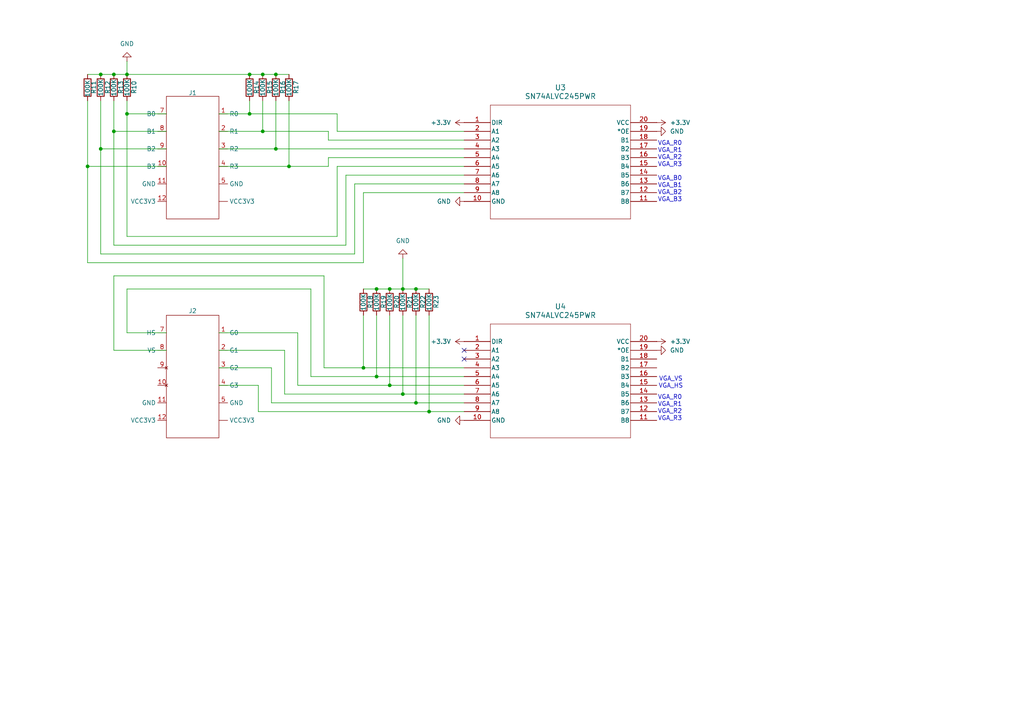
<source format=kicad_sch>
(kicad_sch (version 20250114) (generator "eeschema") (generator_version "9.0")
  (paper "A4")
  (lib_symbols
    (symbol "2025-09-12_09-11-34:SN74ALVC245PWR" (pin_names (offset 0.254))
      (property "Reference" "U" (at 27.94 10.16 0))
      (property "Value" "SN74ALVC245PWR" (at 27.94 7.62 0))
      (symbol "SN74ALVC245PWR_0_1"
        (polyline (pts (xy 7.62 5.08) (xy 7.62 -27.94)) (stroke (width 0.127)))
        (polyline (pts (xy 7.62 -27.94) (xy 48.26 -27.94)) (stroke (width 0.127)))
        (polyline (pts (xy 48.26 5.08) (xy 7.62 5.08)) (stroke (width 0.127)))
        (polyline (pts (xy 48.26 -27.94) (xy 48.26 5.08)) (stroke (width 0.127)))
        (pin input line (at 0 0 0) (length 7.62) (name "DIR") (number "1"))
        (pin bidirectional line (at 0 -2.54 0) (length 7.62) (name "A1") (number "2"))
        (pin bidirectional line (at 0 -5.08 0) (length 7.62) (name "A2") (number "3"))
        (pin bidirectional line (at 0 -7.62 0) (length 7.62) (name "A3") (number "4"))
        (pin bidirectional line (at 0 -10.16 0) (length 7.62) (name "A4") (number "5"))
        (pin bidirectional line (at 0 -12.7 0) (length 7.62) (name "A5") (number "6"))
        (pin bidirectional line (at 0 -15.24 0) (length 7.62) (name "A6") (number "7"))
        (pin bidirectional line (at 0 -17.78 0) (length 7.62) (name "A7") (number "8"))
        (pin bidirectional line (at 0 -20.32 0) (length 7.62) (name "A8") (number "9"))
        (pin power_in line (at 0 -22.86 0) (length 7.62) (name "GND") (number "10"))
        (pin power_in line (at 55.88 0 180) (length 7.62) (name "VCC") (number "20"))
        (pin input line (at 55.88 -2.54 180) (length 7.62) (name "*OE") (number "19"))
        (pin bidirectional line (at 55.88 -5.08 180) (length 7.62) (name "B1") (number "18"))
        (pin bidirectional line (at 55.88 -7.62 180) (length 7.62) (name "B2") (number "17"))
        (pin bidirectional line (at 55.88 -10.16 180) (length 7.62) (name "B3") (number "16"))
        (pin bidirectional line (at 55.88 -12.7 180) (length 7.62) (name "B4") (number "15"))
        (pin bidirectional line (at 55.88 -15.24 180) (length 7.62) (name "B5") (number "14"))
        (pin bidirectional line (at 55.88 -17.78 180) (length 7.62) (name "B6") (number "13"))
        (pin bidirectional line (at 55.88 -20.32 180) (length 7.62) (name "B7") (number "12"))
        (pin bidirectional line (at 55.88 -22.86 180) (length 7.62) (name "B8") (number "11"))
      )
    )
    (symbol "Device:R" (pin_numbers (hide yes)) (pin_names (offset 0))
      (property "Reference" "R" (at 2.032 0 90))
      (property "Value" "R" (at 0 0 90))
      (symbol "R_0_1"
        (rectangle (start -1.016 -2.54) (end 1.016 2.54) (stroke (width 0.254)))
      )
      (symbol "R_1_1"
        (pin passive line (at 0 3.81 270) (length 1.27) (name "~") (number "1"))
        (pin passive line (at 0 -3.81 90) (length 1.27) (name "~") (number "2"))
      )
    )
    (symbol "PMod:PMod j1"
      (property "Reference" "J" (at 0 0 0))
      (symbol "PMod j1_0_1"
        (rectangle (start -7.62 -1.27) (end 7.62 -36.83))
      )
      (symbol "PMod j1_1_1"
        (pin output line (at -7.62 -6.35 180) (length 2.54) (name "B0") (number "7"))
        (pin output line (at -7.62 -11.43 180) (length 2.54) (name "B1") (number "8"))
        (pin output line (at -7.62 -16.51 180) (length 2.54) (name "B2") (number "9"))
        (pin output line (at -7.62 -21.59 180) (length 2.54) (name "B3") (number "10"))
        (pin output line (at -7.62 -26.67 180) (length 2.54) (name "GND") (number "11"))
        (pin output line (at -7.62 -31.75 180) (length 2.54) (name "VCC3V3") (number "12"))
        (pin output line (at 7.62 -6.35 0) (length 2.54) (name "R0") (number "1"))
        (pin output line (at 7.62 -11.43 0) (length 2.54) (name "R1") (number "2"))
        (pin output line (at 7.62 -16.51 0) (length 2.54) (name "R2") (number "3"))
        (pin output line (at 7.62 -21.59 0) (length 2.54) (name "R3") (number "4"))
        (pin output line (at 7.62 -26.67 0) (length 2.54) (name "GND") (number "5"))
        (pin output line (at 7.62 -31.75 0) (length 2.54) (name "VCC3V3") (number ""))
      )
    )
    (symbol "PMod:PMod_j2"
      (property "Reference" "J" (at 0 0 0))
      (symbol "PMod_j2_0_1"
        (rectangle (start -7.62 -1.27) (end 7.62 -36.83))
      )
      (symbol "PMod_j2_1_1"
        (pin output line (at -7.62 -6.35 180) (length 2.54) (name "HS") (number "7"))
        (pin output line (at -7.62 -11.43 180) (length 2.54) (name "VS") (number "8"))
        (pin no_connect line (at -7.62 -16.51 180) (length 2.54) (name "") (number "9"))
        (pin no_connect line (at -7.62 -21.59 180) (length 2.54) (name "") (number "10"))
        (pin output line (at -7.62 -26.67 180) (length 2.54) (name "GND") (number "11"))
        (pin output line (at -7.62 -31.75 180) (length 2.54) (name "VCC3V3") (number "12"))
        (pin output line (at 7.62 -6.35 0) (length 2.54) (name "G0") (number "1"))
        (pin output line (at 7.62 -11.43 0) (length 2.54) (name "G1") (number "2"))
        (pin output line (at 7.62 -16.51 0) (length 2.54) (name "G2") (number "3"))
        (pin output line (at 7.62 -21.59 0) (length 2.54) (name "G3") (number "4"))
        (pin output line (at 7.62 -26.67 0) (length 2.54) (name "GND") (number "5"))
        (pin output line (at 7.62 -31.75 0) (length 2.54) (name "VCC3V3") (number ""))
      )
    )
    (symbol "power:+3.3V" (power) (pin_numbers (hide yes)) (pin_names (offset 0) (hide yes))
      (property "Value" "+3.3V" (at 0 3.556 0))
      (symbol "+3.3V_0_1"
        (polyline (pts (xy -0.762 1.27) (xy 0 2.54)))
        (polyline (pts (xy 0 2.54) (xy 0.762 1.27)))
        (polyline (pts (xy 0 0) (xy 0 2.54)))
      )
      (symbol "+3.3V_1_1"
        (pin power_in line (at 0 0 90) (length 0) (name "~") (number "1"))
      )
    )
    (symbol "power:GND" (power) (pin_numbers (hide yes)) (pin_names (offset 0) (hide yes))
      (property "Value" "GND" (at 0 -3.81 0))
      (symbol "GND_0_1"
        (polyline (pts (xy 0 0) (xy 0 -1.27) (xy 1.27 -1.27) (xy 0 -2.54) (xy -1.27 -1.27) (xy 0 -1.27)))
      )
      (symbol "GND_1_1"
        (pin power_in line (at 0 0 270) (length 0) (name "~") (number "1"))
      )
    )
  )
  (text "VGA_R0\nVGA_R1\nVGA_R2\nVGA_R3" (at 194.31 118.364 0) (effects (font (size 1.27 1.27))))
  (text "VGA_VS\nVGA_HS" (at 194.564 110.998 0) (effects (font (size 1.27 1.27))))
  (text "VGA_B0\nVGA_B1\nVGA_B2\nVGA_B3" (at 194.31 54.864 0) (effects (font (size 1.27 1.27))))
  (text "VGA_R0\nVGA_R1\nVGA_R2\nVGA_R3" (at 194.31 44.704 0) (effects (font (size 1.27 1.27))))
  (junction (at 105.41 106.68))
  (junction (at 109.22 109.22))
  (junction (at 29.21 43.18))
  (junction (at 124.46 119.38))
  (junction (at 80.01 21.59))
  (junction (at 36.83 33.02))
  (junction (at 83.82 48.26))
  (junction (at 80.01 43.18))
  (junction (at 120.65 116.84))
  (junction (at 116.84 114.3))
  (junction (at 109.22 83.82))
  (junction (at 33.02 21.59))
  (junction (at 36.83 21.59))
  (junction (at 120.65 83.82))
  (junction (at 72.39 21.59))
  (junction (at 113.03 111.76))
  (junction (at 76.2 21.59))
  (junction (at 25.4 48.26))
  (junction (at 72.39 33.02))
  (junction (at 29.21 21.59))
  (junction (at 113.03 83.82))
  (junction (at 116.84 83.82))
  (junction (at 76.2 38.1))
  (junction (at 33.02 38.1))
  (no_connect (at 134.62 104.14))
  (no_connect (at 134.62 101.6))
  (wire (pts (xy 109.22 83.82) (xy 113.03 83.82)))
  (wire (pts (xy 105.41 55.88) (xy 105.41 76.2)))
  (wire (pts (xy 72.39 33.02) (xy 63.5 33.02)))
  (wire (pts (xy 36.83 68.58) (xy 36.83 33.02)))
  (wire (pts (xy 120.65 116.84) (xy 134.62 116.84)))
  (wire (pts (xy 134.62 50.8) (xy 100.33 50.8)))
  (wire (pts (xy 100.33 71.12) (xy 33.02 71.12)))
  (wire (pts (xy 48.26 43.18) (xy 29.21 43.18)))
  (wire (pts (xy 76.2 38.1) (xy 95.25 38.1)))
  (wire (pts (xy 72.39 21.59) (xy 76.2 21.59)))
  (wire (pts (xy 97.79 48.26) (xy 97.79 68.58)))
  (wire (pts (xy 76.2 21.59) (xy 80.01 21.59)))
  (wire (pts (xy 90.17 83.82) (xy 36.83 83.82)))
  (wire (pts (xy 86.36 111.76) (xy 113.03 111.76)))
  (wire (pts (xy 74.93 119.38) (xy 124.46 119.38)))
  (wire (pts (xy 33.02 38.1) (xy 33.02 29.21)))
  (wire (pts (xy 29.21 21.59) (xy 25.4 21.59)))
  (wire (pts (xy 36.83 29.21) (xy 36.83 33.02)))
  (wire (pts (xy 102.87 53.34) (xy 102.87 73.66)))
  (wire (pts (xy 116.84 91.44) (xy 116.84 114.3)))
  (wire (pts (xy 63.5 96.52) (xy 86.36 96.52)))
  (wire (pts (xy 72.39 29.21) (xy 72.39 33.02)))
  (wire (pts (xy 33.02 80.01) (xy 93.98 80.01)))
  (wire (pts (xy 105.41 106.68) (xy 105.41 91.44)))
  (wire (pts (xy 83.82 48.26) (xy 83.82 29.21)))
  (wire (pts (xy 29.21 43.18) (xy 29.21 73.66)))
  (wire (pts (xy 124.46 83.82) (xy 120.65 83.82)))
  (wire (pts (xy 36.83 83.82) (xy 36.83 96.52)))
  (wire (pts (xy 90.17 109.22) (xy 90.17 83.82)))
  (wire (pts (xy 63.5 43.18) (xy 80.01 43.18)))
  (wire (pts (xy 36.83 21.59) (xy 36.83 17.78)))
  (wire (pts (xy 63.5 101.6) (xy 82.55 101.6)))
  (wire (pts (xy 116.84 74.93) (xy 116.84 83.82)))
  (wire (pts (xy 36.83 96.52) (xy 48.26 96.52)))
  (wire (pts (xy 124.46 91.44) (xy 124.46 119.38)))
  (wire (pts (xy 113.03 83.82) (xy 116.84 83.82)))
  (wire (pts (xy 109.22 109.22) (xy 90.17 109.22)))
  (wire (pts (xy 36.83 21.59) (xy 72.39 21.59)))
  (wire (pts (xy 33.02 21.59) (xy 29.21 21.59)))
  (wire (pts (xy 124.46 119.38) (xy 134.62 119.38)))
  (wire (pts (xy 76.2 38.1) (xy 76.2 29.21)))
  (wire (pts (xy 63.5 48.26) (xy 83.82 48.26)))
  (wire (pts (xy 80.01 43.18) (xy 80.01 29.21)))
  (wire (pts (xy 134.62 53.34) (xy 102.87 53.34)))
  (wire (pts (xy 82.55 101.6) (xy 82.55 114.3)))
  (wire (pts (xy 33.02 101.6) (xy 33.02 80.01)))
  (wire (pts (xy 120.65 83.82) (xy 116.84 83.82)))
  (wire (pts (xy 95.25 40.64) (xy 95.25 38.1)))
  (wire (pts (xy 48.26 101.6) (xy 33.02 101.6)))
  (wire (pts (xy 29.21 43.18) (xy 29.21 29.21)))
  (wire (pts (xy 36.83 33.02) (xy 48.26 33.02)))
  (wire (pts (xy 113.03 91.44) (xy 113.03 111.76)))
  (wire (pts (xy 95.25 48.26) (xy 83.82 48.26)))
  (wire (pts (xy 134.62 109.22) (xy 109.22 109.22)))
  (wire (pts (xy 113.03 111.76) (xy 134.62 111.76)))
  (wire (pts (xy 78.74 116.84) (xy 120.65 116.84)))
  (wire (pts (xy 134.62 38.1) (xy 97.79 38.1)))
  (wire (pts (xy 82.55 114.3) (xy 116.84 114.3)))
  (wire (pts (xy 25.4 76.2) (xy 25.4 48.26)))
  (wire (pts (xy 80.01 21.59) (xy 83.82 21.59)))
  (wire (pts (xy 134.62 45.72) (xy 95.25 45.72)))
  (wire (pts (xy 63.5 106.68) (xy 78.74 106.68)))
  (wire (pts (xy 63.5 111.76) (xy 74.93 111.76)))
  (wire (pts (xy 116.84 114.3) (xy 134.62 114.3)))
  (wire (pts (xy 72.39 33.02) (xy 97.79 33.02)))
  (wire (pts (xy 105.41 83.82) (xy 109.22 83.82)))
  (wire (pts (xy 93.98 80.01) (xy 93.98 106.68)))
  (wire (pts (xy 33.02 21.59) (xy 36.83 21.59)))
  (wire (pts (xy 25.4 29.21) (xy 25.4 48.26)))
  (wire (pts (xy 33.02 38.1) (xy 33.02 71.12)))
  (wire (pts (xy 134.62 48.26) (xy 97.79 48.26)))
  (wire (pts (xy 120.65 91.44) (xy 120.65 116.84)))
  (wire (pts (xy 95.25 45.72) (xy 95.25 48.26)))
  (wire (pts (xy 74.93 111.76) (xy 74.93 119.38)))
  (wire (pts (xy 25.4 48.26) (xy 48.26 48.26)))
  (wire (pts (xy 134.62 55.88) (xy 105.41 55.88)))
  (wire (pts (xy 78.74 106.68) (xy 78.74 116.84)))
  (wire (pts (xy 105.41 106.68) (xy 134.62 106.68)))
  (wire (pts (xy 105.41 76.2) (xy 25.4 76.2)))
  (wire (pts (xy 48.26 38.1) (xy 33.02 38.1)))
  (wire (pts (xy 63.5 38.1) (xy 76.2 38.1)))
  (wire (pts (xy 93.98 106.68) (xy 105.41 106.68)))
  (wire (pts (xy 80.01 43.18) (xy 134.62 43.18)))
  (wire (pts (xy 97.79 38.1) (xy 97.79 33.02)))
  (wire (pts (xy 100.33 50.8) (xy 100.33 71.12)))
  (wire (pts (xy 86.36 96.52) (xy 86.36 111.76)))
  (wire (pts (xy 102.87 73.66) (xy 29.21 73.66)))
  (wire (pts (xy 134.62 40.64) (xy 95.25 40.64)))
  (wire (pts (xy 97.79 68.58) (xy 36.83 68.58)))
  (wire (pts (xy 109.22 91.44) (xy 109.22 109.22)))
  (symbol (lib_id "Device:R") (at 36.83 25.4 180) (unit 1)
    (property "Reference" "R10" (at 38.862 23.368 90) (effects (justify left)))
    (property "Value" "100K" (at 36.83 22.86 90) (effects (justify left)))
    (property "Description" "Resistor" (effects (hide yes)))
  )
  (symbol (lib_id "Device:R") (at 116.84 87.63 180) (unit 1)
    (property "Reference" "R21" (at 118.872 85.598 90) (effects (justify left)))
    (property "Value" "100K" (at 116.84 85.09 90) (effects (justify left)))
    (property "Description" "Resistor" (effects (hide yes)))
  )
  (symbol (lib_id "power:+3.3V") (at 134.62 35.56 90) (unit 1)
    (property "Reference" "#PWR09" (effects (hide yes)))
    (property "Value" "+3.3V" (at 130.81 35.5599 90) (effects (justify left)))
    (property "Description" "Power symbol creates a global label with name \"+3.3V\"" (effects (hide yes)))
  )
  (symbol (lib_id "Device:R") (at 72.39 25.4 180) (unit 1)
    (property "Reference" "R14" (at 74.422 23.368 90) (effects (justify left)))
    (property "Value" "100K" (at 72.39 22.86 90) (effects (justify left)))
    (property "Description" "Resistor" (effects (hide yes)))
  )
  (symbol (lib_id "PMod:PMod j1") (at 55.88 26.67 0) (unit 1)
    (property "Reference" "J1" (at 55.88 26.924 0))
  )
  (symbol (lib_id "Device:R") (at 120.65 87.63 180) (unit 1)
    (property "Reference" "R22" (at 122.682 85.598 90) (effects (justify left)))
    (property "Value" "100K" (at 120.65 85.09 90) (effects (justify left)))
    (property "Description" "Resistor" (effects (hide yes)))
  )
  (symbol (lib_id "2025-09-12_09-11-34:SN74ALVC245PWR") (at 134.62 35.56 0) (unit 1)
    (property "Reference" "U3" (at 162.56 25.4 0) (effects (font (size 1.524 1.524))))
    (property "Value" "SN74ALVC245PWR" (at 162.56 27.94 0) (effects (font (size 1.524 1.524))))
    (property "Footprint" "PW20" (effects (hide yes)))
    (property "Datasheet" "https://www.ti.com/lit/gpn/sn74alvc245" (effects (hide yes)))
  )
  (symbol (lib_id "Device:R") (at 33.02 25.4 180) (unit 1)
    (property "Reference" "R13" (at 35.052 23.368 90) (effects (justify left)))
    (property "Value" "100K" (at 33.02 22.86 90) (effects (justify left)))
    (property "Description" "Resistor" (effects (hide yes)))
  )
  (symbol (lib_id "power:GND") (at 190.5 38.1 90) (unit 1)
    (property "Reference" "#PWR014" (effects (hide yes)))
    (property "Value" "GND" (at 194.31 38.0999 90) (effects (justify right)))
    (property "Description" "Power symbol creates a global label with name \"GND\" , ground" (effects (hide yes)))
  )
  (symbol (lib_id "Device:R") (at 105.41 87.63 180) (unit 1)
    (property "Reference" "R18" (at 107.442 85.598 90) (effects (justify left)))
    (property "Value" "100K" (at 105.41 85.09 90) (effects (justify left)))
    (property "Description" "Resistor" (effects (hide yes)))
  )
  (symbol (lib_id "power:GND") (at 134.62 58.42 270) (unit 1)
    (property "Reference" "#PWR08" (effects (hide yes)))
    (property "Value" "GND" (at 130.81 58.4199 90) (effects (justify right)))
    (property "Description" "Power symbol creates a global label with name \"GND\" , ground" (effects (hide yes)))
  )
  (symbol (lib_id "Device:R") (at 76.2 25.4 180) (unit 1)
    (property "Reference" "R15" (at 78.232 23.368 90) (effects (justify left)))
    (property "Value" "100K" (at 76.2 22.86 90) (effects (justify left)))
    (property "Description" "Resistor" (effects (hide yes)))
  )
  (symbol (lib_id "power:GND") (at 116.84 74.93 180) (unit 1)
    (property "Reference" "#PWR012" (effects (hide yes)))
    (property "Value" "GND" (at 116.84 69.85 0))
    (property "Description" "Power symbol creates a global label with name \"GND\" , ground" (effects (hide yes)))
  )
  (symbol (lib_id "power:+3.3V") (at 190.5 99.06 270) (unit 1)
    (property "Reference" "#PWR015" (effects (hide yes)))
    (property "Value" "+3.3V" (at 194.31 99.0599 90) (effects (justify left)))
    (property "Description" "Power symbol creates a global label with name \"+3.3V\"" (effects (hide yes)))
  )
  (symbol (lib_id "Device:R") (at 124.46 87.63 180) (unit 1)
    (property "Reference" "R23" (at 126.492 85.598 90) (effects (justify left)))
    (property "Value" "100K" (at 124.46 85.09 90) (effects (justify left)))
    (property "Description" "Resistor" (effects (hide yes)))
  )
  (symbol (lib_id "power:GND") (at 36.83 17.78 180) (unit 1)
    (property "Reference" "#PWR07" (effects (hide yes)))
    (property "Value" "GND" (at 36.83 12.7 0))
    (property "Description" "Power symbol creates a global label with name \"GND\" , ground" (effects (hide yes)))
  )
  (symbol (lib_id "Device:R") (at 113.03 87.63 180) (unit 1)
    (property "Reference" "R20" (at 115.062 85.598 90) (effects (justify left)))
    (property "Value" "100K" (at 113.03 85.09 90) (effects (justify left)))
    (property "Description" "Resistor" (effects (hide yes)))
  )
  (symbol (lib_id "Device:R") (at 109.22 87.63 180) (unit 1)
    (property "Reference" "R19" (at 111.252 85.598 90) (effects (justify left)))
    (property "Value" "100K" (at 109.22 85.09 90) (effects (justify left)))
    (property "Description" "Resistor" (effects (hide yes)))
  )
  (symbol (lib_id "Device:R") (at 25.4 25.4 180) (unit 1)
    (property "Reference" "R11" (at 27.178 23.368 90) (effects (justify left)))
    (property "Value" "100K" (at 25.4 23.114 90) (effects (justify left)))
    (property "Description" "Resistor" (effects (hide yes)))
  )
  (symbol (lib_id "Device:R") (at 80.01 25.4 180) (unit 1)
    (property "Reference" "R16" (at 82.042 23.368 90) (effects (justify left)))
    (property "Value" "100K" (at 80.01 22.86 90) (effects (justify left)))
    (property "Description" "Resistor" (effects (hide yes)))
  )
  (symbol (lib_id "PMod:PMod_j2") (at 55.88 90.17 0) (unit 1)
    (property "Reference" "J2" (at 55.88 90.17 0))
  )
  (symbol (lib_id "power:GND") (at 134.62 121.92 270) (unit 1)
    (property "Reference" "#PWR010" (effects (hide yes)))
    (property "Value" "GND" (at 130.81 121.9199 90) (effects (justify right)))
    (property "Description" "Power symbol creates a global label with name \"GND\" , ground" (effects (hide yes)))
  )
  (symbol (lib_id "2025-09-12_09-11-34:SN74ALVC245PWR") (at 134.62 99.06 0) (unit 1)
    (property "Reference" "U4" (at 162.56 88.9 0) (effects (font (size 1.524 1.524))))
    (property "Value" "SN74ALVC245PWR" (at 162.56 91.44 0) (effects (font (size 1.524 1.524))))
    (property "Footprint" "PW20" (effects (hide yes)))
    (property "Datasheet" "https://www.ti.com/lit/gpn/sn74alvc245" (effects (hide yes)))
  )
  (symbol (lib_id "Device:R") (at 83.82 25.4 180) (unit 1)
    (property "Reference" "R17" (at 85.852 23.368 90) (effects (justify left)))
    (property "Value" "100K" (at 83.82 22.86 90) (effects (justify left)))
    (property "Description" "Resistor" (effects (hide yes)))
  )
  (symbol (lib_id "power:+3.3V") (at 134.62 99.06 90) (unit 1)
    (property "Reference" "#PWR011" (effects (hide yes)))
    (property "Value" "+3.3V" (at 130.81 99.0599 90) (effects (justify left)))
    (property "Description" "Power symbol creates a global label with name \"+3.3V\"" (effects (hide yes)))
  )
  (symbol (lib_id "power:GND") (at 190.5 101.6 90) (unit 1)
    (property "Reference" "#PWR013" (effects (hide yes)))
    (property "Value" "GND" (at 194.31 101.5999 90) (effects (justify right)))
    (property "Description" "Power symbol creates a global label with name \"GND\" , ground" (effects (hide yes)))
  )
  (symbol (lib_id "Device:R") (at 29.21 25.4 180) (unit 1)
    (property "Reference" "R12" (at 31.242 23.368 90) (effects (justify left)))
    (property "Value" "100K" (at 29.21 22.86 90) (effects (justify left)))
    (property "Description" "Resistor" (effects (hide yes)))
  )
  (symbol (lib_id "power:+3.3V") (at 190.5 35.56 270) (unit 1)
    (property "Reference" "#PWR016" (effects (hide yes)))
    (property "Value" "+3.3V" (at 194.31 35.5599 90) (effects (justify left)))
    (property "Description" "Power symbol creates a global label with name \"+3.3V\"" (effects (hide yes)))
  )
)
</source>
